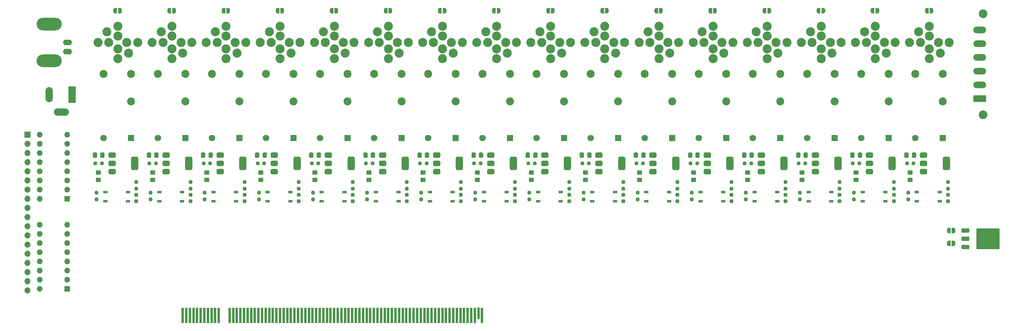
<source format=gbr>
%TF.GenerationSoftware,KiCad,Pcbnew,8.0.0*%
%TF.CreationDate,2025-01-27T00:28:36-06:00*%
%TF.ProjectId,inductor_board,696e6475-6374-46f7-925f-626f6172642e,rev?*%
%TF.SameCoordinates,Original*%
%TF.FileFunction,Soldermask,Top*%
%TF.FilePolarity,Negative*%
%FSLAX46Y46*%
G04 Gerber Fmt 4.6, Leading zero omitted, Abs format (unit mm)*
G04 Created by KiCad (PCBNEW 8.0.0) date 2025-01-27 00:28:36*
%MOMM*%
%LPD*%
G01*
G04 APERTURE LIST*
G04 Aperture macros list*
%AMRoundRect*
0 Rectangle with rounded corners*
0 $1 Rounding radius*
0 $2 $3 $4 $5 $6 $7 $8 $9 X,Y pos of 4 corners*
0 Add a 4 corners polygon primitive as box body*
4,1,4,$2,$3,$4,$5,$6,$7,$8,$9,$2,$3,0*
0 Add four circle primitives for the rounded corners*
1,1,$1+$1,$2,$3*
1,1,$1+$1,$4,$5*
1,1,$1+$1,$6,$7*
1,1,$1+$1,$8,$9*
0 Add four rect primitives between the rounded corners*
20,1,$1+$1,$2,$3,$4,$5,0*
20,1,$1+$1,$4,$5,$6,$7,0*
20,1,$1+$1,$6,$7,$8,$9,0*
20,1,$1+$1,$8,$9,$2,$3,0*%
%AMFreePoly0*
4,1,19,0.500000,-0.750000,0.000000,-0.750000,0.000000,-0.744911,-0.071157,-0.744911,-0.207708,-0.704816,-0.327430,-0.627875,-0.420627,-0.520320,-0.479746,-0.390866,-0.500000,-0.250000,-0.500000,0.250000,-0.479746,0.390866,-0.420627,0.520320,-0.327430,0.627875,-0.207708,0.704816,-0.071157,0.744911,0.000000,0.744911,0.000000,0.750000,0.500000,0.750000,0.500000,-0.750000,0.500000,-0.750000,
$1*%
%AMFreePoly1*
4,1,19,0.000000,0.744911,0.071157,0.744911,0.207708,0.704816,0.327430,0.627875,0.420627,0.520320,0.479746,0.390866,0.500000,0.250000,0.500000,-0.250000,0.479746,-0.390866,0.420627,-0.520320,0.327430,-0.627875,0.207708,-0.704816,0.071157,-0.744911,0.000000,-0.744911,0.000000,-0.750000,-0.500000,-0.750000,-0.500000,0.750000,0.000000,0.750000,0.000000,0.744911,0.000000,0.744911,
$1*%
G04 Aperture macros list end*
%ADD10FreePoly0,0.000000*%
%ADD11FreePoly1,0.000000*%
%ADD12RoundRect,0.375000X-0.625000X-0.375000X0.625000X-0.375000X0.625000X0.375000X-0.625000X0.375000X0*%
%ADD13RoundRect,0.500000X-0.500000X-1.400000X0.500000X-1.400000X0.500000X1.400000X-0.500000X1.400000X0*%
%ADD14RoundRect,0.237500X0.237500X-0.250000X0.237500X0.250000X-0.237500X0.250000X-0.237500X-0.250000X0*%
%ADD15RoundRect,0.237500X0.237500X-0.287500X0.237500X0.287500X-0.237500X0.287500X-0.237500X-0.287500X0*%
%ADD16RoundRect,0.250000X0.450000X-0.350000X0.450000X0.350000X-0.450000X0.350000X-0.450000X-0.350000X0*%
%ADD17RoundRect,0.250000X-0.337500X-0.475000X0.337500X-0.475000X0.337500X0.475000X-0.337500X0.475000X0*%
%ADD18R,1.200000X0.800000*%
%ADD19C,2.200000*%
%ADD20R,1.800000X1.800000*%
%ADD21C,1.800000*%
%ADD22RoundRect,0.237500X-0.237500X0.250000X-0.237500X-0.250000X0.237500X-0.250000X0.237500X0.250000X0*%
%ADD23RoundRect,0.237500X-0.250000X-0.237500X0.250000X-0.237500X0.250000X0.237500X-0.250000X0.237500X0*%
%ADD24C,2.500000*%
%ADD25C,2.400000*%
%ADD26RoundRect,0.250000X1.550000X-0.650000X1.550000X0.650000X-1.550000X0.650000X-1.550000X-0.650000X0*%
%ADD27O,3.600000X1.800000*%
%ADD28R,1.600000X1.600000*%
%ADD29O,1.600000X1.600000*%
%ADD30R,1.700000X1.700000*%
%ADD31O,1.700000X1.700000*%
%ADD32R,2.000000X4.600000*%
%ADD33O,2.000000X4.200000*%
%ADD34O,4.200000X2.000000*%
%ADD35O,2.500000X1.600000*%
%ADD36O,7.000000X3.500000*%
%ADD37R,0.700000X4.300000*%
%ADD38R,0.700000X3.200000*%
%ADD39RoundRect,0.250000X-0.850000X-0.350000X0.850000X-0.350000X0.850000X0.350000X-0.850000X0.350000X0*%
%ADD40RoundRect,0.249997X-2.950003X-2.650003X2.950003X-2.650003X2.950003X2.650003X-2.950003X2.650003X0*%
G04 APERTURE END LIST*
D10*
%TO.C,JP17*%
X468221240Y-221738000D03*
D11*
X469521240Y-221738000D03*
%TD*%
D12*
%TO.C,U6*%
X266238740Y-200787000D03*
X266238740Y-203087000D03*
D13*
X272538740Y-203087000D03*
D12*
X266238740Y-205387000D03*
%TD*%
D14*
%TO.C,R41*%
X351948240Y-213082000D03*
X351948240Y-211257000D03*
%TD*%
D10*
%TO.C,JP14*%
X432121240Y-160725500D03*
D11*
X433421240Y-160725500D03*
%TD*%
D15*
%TO.C,D12*%
X407976740Y-213600000D03*
X407976740Y-211850000D03*
%TD*%
D16*
%TO.C,R2*%
X247490740Y-207643000D03*
X247490740Y-205643000D03*
%TD*%
D17*
%TO.C,C9*%
X351493240Y-200801000D03*
X353568240Y-200801000D03*
%TD*%
D18*
%TO.C,U5*%
X264373740Y-211088000D03*
X264373740Y-213628000D03*
X270673740Y-213628000D03*
X270673740Y-211088000D03*
%TD*%
D12*
%TO.C,U14*%
X326238740Y-200787000D03*
X326238740Y-203087000D03*
D13*
X332538740Y-203087000D03*
D12*
X326238740Y-205387000D03*
%TD*%
D18*
%TO.C,U17*%
X354373740Y-211088000D03*
X354373740Y-213628000D03*
X360673740Y-213628000D03*
X360673740Y-211088000D03*
%TD*%
D19*
%TO.C,K5*%
X301547740Y-185942000D03*
X293927740Y-178322000D03*
X301547740Y-178322000D03*
D20*
X301547740Y-196102000D03*
D21*
X293927740Y-196102000D03*
%TD*%
D22*
%TO.C,R50*%
X257976740Y-208270500D03*
X257976740Y-210095500D03*
%TD*%
D23*
%TO.C,R23*%
X321618240Y-203087000D03*
X323443240Y-203087000D03*
%TD*%
D14*
%TO.C,R47*%
X441948240Y-213082000D03*
X441948240Y-211257000D03*
%TD*%
D16*
%TO.C,R10*%
X367490740Y-207643000D03*
X367490740Y-205643000D03*
%TD*%
D22*
%TO.C,R59*%
X392976740Y-208270500D03*
X392976740Y-210095500D03*
%TD*%
D16*
%TO.C,R1*%
X232490740Y-207643000D03*
X232490740Y-205643000D03*
%TD*%
%TO.C,R16*%
X457490740Y-207643000D03*
X457490740Y-205643000D03*
%TD*%
%TO.C,R4*%
X277490740Y-207643000D03*
X277490740Y-205643000D03*
%TD*%
D19*
%TO.C,K3*%
X271547740Y-185942000D03*
X263927740Y-178322000D03*
X271547740Y-178322000D03*
D20*
X271547740Y-196102000D03*
D21*
X263927740Y-196102000D03*
%TD*%
D24*
%TO.C,L1*%
X232357740Y-169559000D03*
X234857740Y-166559000D03*
X235357740Y-169559000D03*
X237857740Y-165059000D03*
X237857740Y-167809000D03*
X237857740Y-171309000D03*
X237857740Y-174059000D03*
X240357740Y-169559000D03*
X240857740Y-172559000D03*
X243357740Y-169559000D03*
%TD*%
D25*
%TO.C,J4*%
X477696240Y-189625500D03*
X477696240Y-161575500D03*
D26*
X476796240Y-185125500D03*
D27*
X476796240Y-181315500D03*
X476796240Y-177505500D03*
X476796240Y-173695500D03*
X476796240Y-169885500D03*
X476796240Y-166075500D03*
%TD*%
D22*
%TO.C,R55*%
X332976740Y-208270500D03*
X332976740Y-210095500D03*
%TD*%
D23*
%TO.C,R26*%
X366618240Y-203087000D03*
X368443240Y-203087000D03*
%TD*%
D14*
%TO.C,R40*%
X336948240Y-213082000D03*
X336948240Y-211257000D03*
%TD*%
D18*
%TO.C,U19*%
X369373740Y-211088000D03*
X369373740Y-213628000D03*
X375673740Y-213628000D03*
X375673740Y-211088000D03*
%TD*%
D14*
%TO.C,R37*%
X291948240Y-213082000D03*
X291948240Y-211257000D03*
%TD*%
D18*
%TO.C,U11*%
X309373740Y-211088000D03*
X309373740Y-213628000D03*
X315673740Y-213628000D03*
X315673740Y-211088000D03*
%TD*%
D15*
%TO.C,D2*%
X257976740Y-213600000D03*
X257976740Y-211850000D03*
%TD*%
D10*
%TO.C,JP7*%
X327121240Y-160725500D03*
D11*
X328421240Y-160725500D03*
%TD*%
D10*
%TO.C,JP6*%
X312121240Y-160725500D03*
D11*
X313421240Y-160725500D03*
%TD*%
D10*
%TO.C,JP1*%
X237121240Y-160725500D03*
D11*
X238421240Y-160725500D03*
%TD*%
D22*
%TO.C,R56*%
X347976740Y-208270500D03*
X347976740Y-210095500D03*
%TD*%
D15*
%TO.C,D6*%
X317976740Y-213600000D03*
X317976740Y-211850000D03*
%TD*%
D17*
%TO.C,C16*%
X456493240Y-200801000D03*
X458568240Y-200801000D03*
%TD*%
D10*
%TO.C,JP8*%
X342121240Y-160725500D03*
D11*
X343421240Y-160725500D03*
%TD*%
D19*
%TO.C,K11*%
X391547740Y-185942000D03*
X383927740Y-178322000D03*
X391547740Y-178322000D03*
D20*
X391547740Y-196102000D03*
D21*
X383927740Y-196102000D03*
%TD*%
D23*
%TO.C,R24*%
X336618240Y-203087000D03*
X338443240Y-203087000D03*
%TD*%
D14*
%TO.C,R45*%
X411948240Y-213082000D03*
X411948240Y-211257000D03*
%TD*%
D22*
%TO.C,R52*%
X287976740Y-208270500D03*
X287976740Y-210095500D03*
%TD*%
D19*
%TO.C,K8*%
X346547740Y-185942000D03*
X338927740Y-178322000D03*
X346547740Y-178322000D03*
D20*
X346547740Y-196102000D03*
D21*
X338927740Y-196102000D03*
%TD*%
D16*
%TO.C,R5*%
X292490740Y-207643000D03*
X292490740Y-205643000D03*
%TD*%
D24*
%TO.C,L4*%
X277357740Y-169559000D03*
X279857740Y-166559000D03*
X280357740Y-169559000D03*
X282857740Y-165059000D03*
X282857740Y-167809000D03*
X282857740Y-171309000D03*
X282857740Y-174059000D03*
X285357740Y-169559000D03*
X285857740Y-172559000D03*
X288357740Y-169559000D03*
%TD*%
D19*
%TO.C,K1*%
X241547740Y-185942000D03*
X233927740Y-178322000D03*
X241547740Y-178322000D03*
D20*
X241547740Y-196102000D03*
D21*
X233927740Y-196102000D03*
%TD*%
D14*
%TO.C,R44*%
X396948240Y-213082000D03*
X396948240Y-211257000D03*
%TD*%
D16*
%TO.C,R15*%
X442490740Y-207643000D03*
X442490740Y-205643000D03*
%TD*%
D18*
%TO.C,U21*%
X384373740Y-211088000D03*
X384373740Y-213628000D03*
X390673740Y-213628000D03*
X390673740Y-211088000D03*
%TD*%
D12*
%TO.C,U8*%
X281238740Y-200787000D03*
X281238740Y-203087000D03*
D13*
X287538740Y-203087000D03*
D12*
X281238740Y-205387000D03*
%TD*%
D16*
%TO.C,R13*%
X412490740Y-207643000D03*
X412490740Y-205643000D03*
%TD*%
D23*
%TO.C,R25*%
X351618240Y-203087000D03*
X353443240Y-203087000D03*
%TD*%
D10*
%TO.C,JP3*%
X267121240Y-160725500D03*
D11*
X268421240Y-160725500D03*
%TD*%
D10*
%TO.C,JP12*%
X402121240Y-160725500D03*
D11*
X403421240Y-160725500D03*
%TD*%
D12*
%TO.C,U20*%
X371238740Y-200787000D03*
X371238740Y-203087000D03*
D13*
X377538740Y-203087000D03*
D12*
X371238740Y-205387000D03*
%TD*%
%TO.C,U30*%
X446238740Y-200787000D03*
X446238740Y-203087000D03*
D13*
X452538740Y-203087000D03*
D12*
X446238740Y-205387000D03*
%TD*%
D24*
%TO.C,L16*%
X457357740Y-169559000D03*
X459857740Y-166559000D03*
X460357740Y-169559000D03*
X462857740Y-165059000D03*
X462857740Y-167809000D03*
X462857740Y-171309000D03*
X462857740Y-174059000D03*
X465357740Y-169559000D03*
X465857740Y-172559000D03*
X468357740Y-169559000D03*
%TD*%
D28*
%TO.C,SW2*%
X223796240Y-212940500D03*
D29*
X223796240Y-210400500D03*
X223796240Y-207860500D03*
X223796240Y-205320500D03*
X223796240Y-202780500D03*
X223796240Y-200240500D03*
X223796240Y-197700500D03*
X223796240Y-195160500D03*
X216176240Y-195160500D03*
X216176240Y-197700500D03*
X216176240Y-200240500D03*
X216176240Y-202780500D03*
X216176240Y-205320500D03*
X216176240Y-207860500D03*
X216176240Y-210400500D03*
X216176240Y-212940500D03*
%TD*%
D18*
%TO.C,U29*%
X444373740Y-211088000D03*
X444373740Y-213628000D03*
X450673740Y-213628000D03*
X450673740Y-211088000D03*
%TD*%
D16*
%TO.C,R12*%
X397490740Y-207643000D03*
X397490740Y-205643000D03*
%TD*%
D18*
%TO.C,U9*%
X294373740Y-211088000D03*
X294373740Y-213628000D03*
X300673740Y-213628000D03*
X300673740Y-211088000D03*
%TD*%
D23*
%TO.C,R21*%
X291618240Y-203087000D03*
X293443240Y-203087000D03*
%TD*%
D17*
%TO.C,C11*%
X381493240Y-200801000D03*
X383568240Y-200801000D03*
%TD*%
D22*
%TO.C,R63*%
X452976740Y-208270500D03*
X452976740Y-210095500D03*
%TD*%
D15*
%TO.C,D5*%
X302976740Y-213600000D03*
X302976740Y-211850000D03*
%TD*%
D19*
%TO.C,K2*%
X256547740Y-185942000D03*
X248927740Y-178322000D03*
X256547740Y-178322000D03*
D20*
X256547740Y-196102000D03*
D21*
X248927740Y-196102000D03*
%TD*%
D19*
%TO.C,K14*%
X436547740Y-185942000D03*
X428927740Y-178322000D03*
X436547740Y-178322000D03*
D20*
X436547740Y-196102000D03*
D21*
X428927740Y-196102000D03*
%TD*%
D10*
%TO.C,JP18*%
X468221240Y-225288000D03*
D11*
X469521240Y-225288000D03*
%TD*%
D12*
%TO.C,U2*%
X236238740Y-200787000D03*
X236238740Y-203087000D03*
D13*
X242538740Y-203087000D03*
D12*
X236238740Y-205387000D03*
%TD*%
D19*
%TO.C,K15*%
X451547740Y-185942000D03*
X443927740Y-178322000D03*
X451547740Y-178322000D03*
D20*
X451547740Y-196102000D03*
D21*
X443927740Y-196102000D03*
%TD*%
D14*
%TO.C,R43*%
X381948240Y-213082000D03*
X381948240Y-211257000D03*
%TD*%
D15*
%TO.C,D15*%
X452976740Y-213600000D03*
X452976740Y-211850000D03*
%TD*%
%TO.C,D3*%
X272976740Y-213600000D03*
X272976740Y-211850000D03*
%TD*%
D18*
%TO.C,U13*%
X324373740Y-211088000D03*
X324373740Y-213628000D03*
X330673740Y-213628000D03*
X330673740Y-211088000D03*
%TD*%
D16*
%TO.C,R9*%
X352490740Y-207643000D03*
X352490740Y-205643000D03*
%TD*%
D15*
%TO.C,D16*%
X467976740Y-213600000D03*
X467976740Y-211850000D03*
%TD*%
D10*
%TO.C,JP16*%
X462121240Y-160725500D03*
D11*
X463421240Y-160725500D03*
%TD*%
D10*
%TO.C,JP9*%
X357121240Y-160725500D03*
D11*
X358421240Y-160725500D03*
%TD*%
D19*
%TO.C,K16*%
X466547740Y-185942000D03*
X458927740Y-178322000D03*
X466547740Y-178322000D03*
D20*
X466547740Y-196102000D03*
D21*
X458927740Y-196102000D03*
%TD*%
D24*
%TO.C,L5*%
X292357740Y-169559000D03*
X294857740Y-166559000D03*
X295357740Y-169559000D03*
X297857740Y-165059000D03*
X297857740Y-167809000D03*
X297857740Y-171309000D03*
X297857740Y-174059000D03*
X300357740Y-169559000D03*
X300857740Y-172559000D03*
X303357740Y-169559000D03*
%TD*%
D19*
%TO.C,K12*%
X406547740Y-185942000D03*
X398927740Y-178322000D03*
X406547740Y-178322000D03*
D20*
X406547740Y-196102000D03*
D21*
X398927740Y-196102000D03*
%TD*%
D17*
%TO.C,C1*%
X231493240Y-200801000D03*
X233568240Y-200801000D03*
%TD*%
D24*
%TO.C,L12*%
X397357740Y-169559000D03*
X399857740Y-166559000D03*
X400357740Y-169559000D03*
X402857740Y-165059000D03*
X402857740Y-167809000D03*
X402857740Y-171309000D03*
X402857740Y-174059000D03*
X405357740Y-169559000D03*
X405857740Y-172559000D03*
X408357740Y-169559000D03*
%TD*%
D10*
%TO.C,JP5*%
X297121240Y-160725500D03*
D11*
X298421240Y-160725500D03*
%TD*%
D17*
%TO.C,C3*%
X261493240Y-200801000D03*
X263568240Y-200801000D03*
%TD*%
%TO.C,C7*%
X321493240Y-200801000D03*
X323568240Y-200801000D03*
%TD*%
D23*
%TO.C,R29*%
X411618240Y-203087000D03*
X413443240Y-203087000D03*
%TD*%
D19*
%TO.C,K4*%
X286547740Y-185942000D03*
X278927740Y-178322000D03*
X286547740Y-178322000D03*
D20*
X286547740Y-196102000D03*
D21*
X278927740Y-196102000D03*
%TD*%
D23*
%TO.C,R19*%
X261618240Y-203087000D03*
X263443240Y-203087000D03*
%TD*%
D22*
%TO.C,R57*%
X362976740Y-208270500D03*
X362976740Y-210095500D03*
%TD*%
D17*
%TO.C,C5*%
X291493240Y-200801000D03*
X293568240Y-200801000D03*
%TD*%
D23*
%TO.C,R31*%
X441618240Y-203087000D03*
X443443240Y-203087000D03*
%TD*%
D19*
%TO.C,K10*%
X376547740Y-185942000D03*
X368927740Y-178322000D03*
X376547740Y-178322000D03*
D20*
X376547740Y-196102000D03*
D21*
X368927740Y-196102000D03*
%TD*%
D22*
%TO.C,R53*%
X302976740Y-208270500D03*
X302976740Y-210095500D03*
%TD*%
D17*
%TO.C,C12*%
X396493240Y-200801000D03*
X398568240Y-200801000D03*
%TD*%
D12*
%TO.C,U32*%
X461238740Y-200787000D03*
X461238740Y-203087000D03*
D13*
X467538740Y-203087000D03*
D12*
X461238740Y-205387000D03*
%TD*%
D10*
%TO.C,JP2*%
X252121240Y-160725500D03*
D11*
X253421240Y-160725500D03*
%TD*%
D15*
%TO.C,D7*%
X332976740Y-213600000D03*
X332976740Y-211850000D03*
%TD*%
D12*
%TO.C,U28*%
X431238740Y-200787000D03*
X431238740Y-203087000D03*
D13*
X437538740Y-203087000D03*
D12*
X431238740Y-205387000D03*
%TD*%
D14*
%TO.C,R33*%
X231948240Y-213082000D03*
X231948240Y-211257000D03*
%TD*%
D22*
%TO.C,R51*%
X272976740Y-208270500D03*
X272976740Y-210095500D03*
%TD*%
D18*
%TO.C,U27*%
X429373740Y-211088000D03*
X429373740Y-213628000D03*
X435673740Y-213628000D03*
X435673740Y-211088000D03*
%TD*%
D22*
%TO.C,R60*%
X407976740Y-208270500D03*
X407976740Y-210095500D03*
%TD*%
D16*
%TO.C,R3*%
X262490740Y-207643000D03*
X262490740Y-205643000D03*
%TD*%
D15*
%TO.C,D14*%
X437976740Y-213600000D03*
X437976740Y-211850000D03*
%TD*%
D17*
%TO.C,C6*%
X306493240Y-200801000D03*
X308568240Y-200801000D03*
%TD*%
D24*
%TO.C,L7*%
X322357740Y-169559000D03*
X324857740Y-166559000D03*
X325357740Y-169559000D03*
X327857740Y-165059000D03*
X327857740Y-167809000D03*
X327857740Y-171309000D03*
X327857740Y-174059000D03*
X330357740Y-169559000D03*
X330857740Y-172559000D03*
X333357740Y-169559000D03*
%TD*%
D28*
%TO.C,SW1*%
X223836240Y-237855500D03*
D29*
X223836240Y-235315500D03*
X223836240Y-232775500D03*
X223836240Y-230235500D03*
X223836240Y-227695500D03*
X223836240Y-225155500D03*
X223836240Y-222615500D03*
X223836240Y-220075500D03*
X216216240Y-220075500D03*
X216216240Y-222615500D03*
X216216240Y-225155500D03*
X216216240Y-227695500D03*
X216216240Y-230235500D03*
X216216240Y-232775500D03*
X216216240Y-235315500D03*
X216216240Y-237855500D03*
%TD*%
D10*
%TO.C,JP4*%
X282121240Y-160725500D03*
D11*
X283421240Y-160725500D03*
%TD*%
D17*
%TO.C,C13*%
X411493240Y-200801000D03*
X413568240Y-200801000D03*
%TD*%
D14*
%TO.C,R38*%
X306948240Y-213082000D03*
X306948240Y-211257000D03*
%TD*%
D12*
%TO.C,U4*%
X251238740Y-200787000D03*
X251238740Y-203087000D03*
D13*
X257538740Y-203087000D03*
D12*
X251238740Y-205387000D03*
%TD*%
D17*
%TO.C,C4*%
X276493240Y-200801000D03*
X278568240Y-200801000D03*
%TD*%
D15*
%TO.C,D4*%
X287976740Y-213600000D03*
X287976740Y-211850000D03*
%TD*%
D18*
%TO.C,U23*%
X399373740Y-211088000D03*
X399373740Y-213628000D03*
X405673740Y-213628000D03*
X405673740Y-211088000D03*
%TD*%
D24*
%TO.C,L10*%
X367357740Y-169559000D03*
X369857740Y-166559000D03*
X370357740Y-169559000D03*
X372857740Y-165059000D03*
X372857740Y-167809000D03*
X372857740Y-171309000D03*
X372857740Y-174059000D03*
X375357740Y-169559000D03*
X375857740Y-172559000D03*
X378357740Y-169559000D03*
%TD*%
D18*
%TO.C,U7*%
X279373740Y-211088000D03*
X279373740Y-213628000D03*
X285673740Y-213628000D03*
X285673740Y-211088000D03*
%TD*%
D15*
%TO.C,D11*%
X392976740Y-213600000D03*
X392976740Y-211850000D03*
%TD*%
D16*
%TO.C,R7*%
X322490740Y-207643000D03*
X322490740Y-205643000D03*
%TD*%
D30*
%TO.C,J3*%
X212796240Y-195130500D03*
D31*
X212796240Y-197670500D03*
X212796240Y-200210500D03*
X212796240Y-202750500D03*
X212796240Y-205290500D03*
X212796240Y-207830500D03*
X212796240Y-210370500D03*
X212796240Y-212910500D03*
X212796240Y-215450500D03*
X212796240Y-217990500D03*
X212796240Y-220530500D03*
X212796240Y-223070500D03*
X212796240Y-225610500D03*
X212796240Y-228150500D03*
X212796240Y-230690500D03*
X212796240Y-233230500D03*
X212796240Y-235770500D03*
X212796240Y-238310500D03*
%TD*%
D24*
%TO.C,L8*%
X337357740Y-169559000D03*
X339857740Y-166559000D03*
X340357740Y-169559000D03*
X342857740Y-165059000D03*
X342857740Y-167809000D03*
X342857740Y-171309000D03*
X342857740Y-174059000D03*
X345357740Y-169559000D03*
X345857740Y-172559000D03*
X348357740Y-169559000D03*
%TD*%
D14*
%TO.C,R39*%
X321948240Y-213082000D03*
X321948240Y-211257000D03*
%TD*%
D19*
%TO.C,K9*%
X361547740Y-185942000D03*
X353927740Y-178322000D03*
X361547740Y-178322000D03*
D20*
X361547740Y-196102000D03*
D21*
X353927740Y-196102000D03*
%TD*%
D14*
%TO.C,R34*%
X246948240Y-213082000D03*
X246948240Y-211257000D03*
%TD*%
D24*
%TO.C,L11*%
X382357740Y-169559000D03*
X384857740Y-166559000D03*
X385357740Y-169559000D03*
X387857740Y-165059000D03*
X387857740Y-167809000D03*
X387857740Y-171309000D03*
X387857740Y-174059000D03*
X390357740Y-169559000D03*
X390857740Y-172559000D03*
X393357740Y-169559000D03*
%TD*%
D19*
%TO.C,K6*%
X316547740Y-185942000D03*
X308927740Y-178322000D03*
X316547740Y-178322000D03*
D20*
X316547740Y-196102000D03*
D21*
X308927740Y-196102000D03*
%TD*%
D23*
%TO.C,R27*%
X381618240Y-203087000D03*
X383443240Y-203087000D03*
%TD*%
D18*
%TO.C,U31*%
X459373740Y-211088000D03*
X459373740Y-213628000D03*
X465673740Y-213628000D03*
X465673740Y-211088000D03*
%TD*%
D14*
%TO.C,R35*%
X261948240Y-213082000D03*
X261948240Y-211257000D03*
%TD*%
D12*
%TO.C,U24*%
X401238740Y-200787000D03*
X401238740Y-203087000D03*
D13*
X407538740Y-203087000D03*
D12*
X401238740Y-205387000D03*
%TD*%
D15*
%TO.C,D8*%
X347976740Y-213600000D03*
X347976740Y-211850000D03*
%TD*%
D24*
%TO.C,L2*%
X247357740Y-169559000D03*
X249857740Y-166559000D03*
X250357740Y-169559000D03*
X252857740Y-165059000D03*
X252857740Y-167809000D03*
X252857740Y-171309000D03*
X252857740Y-174059000D03*
X255357740Y-169559000D03*
X255857740Y-172559000D03*
X258357740Y-169559000D03*
%TD*%
D18*
%TO.C,U3*%
X249373740Y-211088000D03*
X249373740Y-213628000D03*
X255673740Y-213628000D03*
X255673740Y-211088000D03*
%TD*%
D23*
%TO.C,R20*%
X276618240Y-203087000D03*
X278443240Y-203087000D03*
%TD*%
D15*
%TO.C,D1*%
X242976740Y-213600000D03*
X242976740Y-211850000D03*
%TD*%
D16*
%TO.C,R6*%
X307490740Y-207643000D03*
X307490740Y-205643000D03*
%TD*%
D17*
%TO.C,C15*%
X441493240Y-200801000D03*
X443568240Y-200801000D03*
%TD*%
D10*
%TO.C,JP11*%
X387121240Y-160725500D03*
D11*
X388421240Y-160725500D03*
%TD*%
D24*
%TO.C,L9*%
X352357740Y-169559000D03*
X354857740Y-166559000D03*
X355357740Y-169559000D03*
X357857740Y-165059000D03*
X357857740Y-167809000D03*
X357857740Y-171309000D03*
X357857740Y-174059000D03*
X360357740Y-169559000D03*
X360857740Y-172559000D03*
X363357740Y-169559000D03*
%TD*%
D32*
%TO.C,J2*%
X225146240Y-184050500D03*
D33*
X218846240Y-184050500D03*
D34*
X222246240Y-188850500D03*
%TD*%
D15*
%TO.C,D9*%
X362976740Y-213600000D03*
X362976740Y-211850000D03*
%TD*%
%TO.C,D10*%
X377976740Y-213600000D03*
X377976740Y-211850000D03*
%TD*%
D17*
%TO.C,C14*%
X426493240Y-200801000D03*
X428568240Y-200801000D03*
%TD*%
D12*
%TO.C,U10*%
X296238740Y-200787000D03*
X296238740Y-203087000D03*
D13*
X302538740Y-203087000D03*
D12*
X296238740Y-205387000D03*
%TD*%
D10*
%TO.C,JP13*%
X417121240Y-160725500D03*
D11*
X418421240Y-160725500D03*
%TD*%
D23*
%TO.C,R18*%
X246618240Y-203087000D03*
X248443240Y-203087000D03*
%TD*%
D24*
%TO.C,L6*%
X307357740Y-169559000D03*
X309857740Y-166559000D03*
X310357740Y-169559000D03*
X312857740Y-165059000D03*
X312857740Y-167809000D03*
X312857740Y-171309000D03*
X312857740Y-174059000D03*
X315357740Y-169559000D03*
X315857740Y-172559000D03*
X318357740Y-169559000D03*
%TD*%
D18*
%TO.C,U25*%
X414373740Y-211088000D03*
X414373740Y-213628000D03*
X420673740Y-213628000D03*
X420673740Y-211088000D03*
%TD*%
D17*
%TO.C,C10*%
X366493240Y-200801000D03*
X368568240Y-200801000D03*
%TD*%
D35*
%TO.C,J1*%
X223921240Y-169575500D03*
D36*
X218841240Y-174655500D03*
D35*
X223921240Y-172115500D03*
D36*
X218841240Y-164495500D03*
%TD*%
D22*
%TO.C,R49*%
X242976740Y-208270500D03*
X242976740Y-210095500D03*
%TD*%
D12*
%TO.C,U16*%
X341238740Y-200787000D03*
X341238740Y-203087000D03*
D13*
X347538740Y-203087000D03*
D12*
X341238740Y-205387000D03*
%TD*%
D22*
%TO.C,R61*%
X422976740Y-208270500D03*
X422976740Y-210095500D03*
%TD*%
%TO.C,R62*%
X437976740Y-208270500D03*
X437976740Y-210095500D03*
%TD*%
D23*
%TO.C,R17*%
X231618240Y-203087000D03*
X233443240Y-203087000D03*
%TD*%
D17*
%TO.C,C8*%
X336493240Y-200801000D03*
X338568240Y-200801000D03*
%TD*%
D23*
%TO.C,R22*%
X306618240Y-203087000D03*
X308443240Y-203087000D03*
%TD*%
%TO.C,R30*%
X426618240Y-203087000D03*
X428443240Y-203087000D03*
%TD*%
D12*
%TO.C,U12*%
X311238740Y-200787000D03*
X311238740Y-203087000D03*
D13*
X317538740Y-203087000D03*
D12*
X311238740Y-205387000D03*
%TD*%
D24*
%TO.C,L3*%
X262357740Y-169559000D03*
X264857740Y-166559000D03*
X265357740Y-169559000D03*
X267857740Y-165059000D03*
X267857740Y-167809000D03*
X267857740Y-171309000D03*
X267857740Y-174059000D03*
X270357740Y-169559000D03*
X270857740Y-172559000D03*
X273357740Y-169559000D03*
%TD*%
D12*
%TO.C,U18*%
X356238740Y-200787000D03*
X356238740Y-203087000D03*
D13*
X362538740Y-203087000D03*
D12*
X356238740Y-205387000D03*
%TD*%
D37*
%TO.C,E1*%
X255831240Y-245235500D03*
X256831240Y-245235500D03*
X257831240Y-245235500D03*
X258831240Y-245235500D03*
X259831240Y-245235500D03*
X260831240Y-245235500D03*
X261831240Y-245235500D03*
X262831240Y-245235500D03*
X263831240Y-245235500D03*
X264831240Y-245235500D03*
X265831240Y-245235500D03*
X268831240Y-245235500D03*
X269831240Y-245235500D03*
X270831240Y-245235500D03*
X271831240Y-245235500D03*
X272831240Y-245235500D03*
X273831240Y-245235500D03*
X274831240Y-245235500D03*
X275831240Y-245235500D03*
X276831240Y-245235500D03*
X277831240Y-245235500D03*
X278831240Y-245235500D03*
X279831240Y-245235500D03*
X280831240Y-245235500D03*
X281831240Y-245235500D03*
X282831240Y-245235500D03*
X283831240Y-245235500D03*
X284831240Y-245235500D03*
X285831240Y-245235500D03*
X286831240Y-245235500D03*
X287831240Y-245235500D03*
X288831240Y-245235500D03*
X289831240Y-245235500D03*
X290831240Y-245235500D03*
X291831240Y-245235500D03*
X292831240Y-245235500D03*
X293831240Y-245235500D03*
X294831240Y-245235500D03*
X295831240Y-245235500D03*
X296831240Y-245235500D03*
X297831240Y-245235500D03*
X298831240Y-245235500D03*
X299831240Y-245235500D03*
X300831240Y-245235500D03*
X301831240Y-245235500D03*
X302831240Y-245235500D03*
X303831240Y-245235500D03*
X304831240Y-245235500D03*
X305831240Y-245235500D03*
X306831240Y-245235500D03*
X307831240Y-245235500D03*
X308831240Y-245235500D03*
X309831240Y-245235500D03*
X310831240Y-245235500D03*
X311831240Y-245235500D03*
X312831240Y-245235500D03*
X313831240Y-245235500D03*
X314831240Y-245235500D03*
X315831240Y-245235500D03*
X316831240Y-245235500D03*
X317831240Y-245235500D03*
X318831240Y-245235500D03*
X319831240Y-245235500D03*
X320831240Y-245235500D03*
X321831240Y-245235500D03*
X322831240Y-245235500D03*
X323831240Y-245235500D03*
X324831240Y-245235500D03*
X325831240Y-245235500D03*
X326831240Y-245235500D03*
X327831240Y-245235500D03*
X328831240Y-245235500D03*
X329831240Y-245235500D03*
X330831240Y-245235500D03*
X331831240Y-245235500D03*
X332831240Y-245235500D03*
X333831240Y-245235500D03*
X334831240Y-245235500D03*
X335831240Y-245235500D03*
X336831240Y-245235500D03*
D38*
X337831240Y-244685500D03*
D37*
X338831240Y-245235500D03*
%TD*%
D19*
%TO.C,K7*%
X331547740Y-185942000D03*
X323927740Y-178322000D03*
X331547740Y-178322000D03*
D20*
X331547740Y-196102000D03*
D21*
X323927740Y-196102000D03*
%TD*%
D10*
%TO.C,JP15*%
X447121240Y-160725500D03*
D11*
X448421240Y-160725500D03*
%TD*%
D12*
%TO.C,U22*%
X386238740Y-200787000D03*
X386238740Y-203087000D03*
D13*
X392538740Y-203087000D03*
D12*
X386238740Y-205387000D03*
%TD*%
%TO.C,U26*%
X416238740Y-200787000D03*
X416238740Y-203087000D03*
D13*
X422538740Y-203087000D03*
D12*
X416238740Y-205387000D03*
%TD*%
D24*
%TO.C,L14*%
X427357740Y-169559000D03*
X429857740Y-166559000D03*
X430357740Y-169559000D03*
X432857740Y-165059000D03*
X432857740Y-167809000D03*
X432857740Y-171309000D03*
X432857740Y-174059000D03*
X435357740Y-169559000D03*
X435857740Y-172559000D03*
X438357740Y-169559000D03*
%TD*%
D17*
%TO.C,C2*%
X246493240Y-200801000D03*
X248568240Y-200801000D03*
%TD*%
D14*
%TO.C,R36*%
X276948240Y-213082000D03*
X276948240Y-211257000D03*
%TD*%
%TO.C,R48*%
X456948240Y-213082000D03*
X456948240Y-211257000D03*
%TD*%
D22*
%TO.C,R58*%
X377976740Y-208270500D03*
X377976740Y-210095500D03*
%TD*%
%TO.C,R54*%
X317976740Y-208270500D03*
X317976740Y-210095500D03*
%TD*%
D18*
%TO.C,U1*%
X234373740Y-211088000D03*
X234373740Y-213628000D03*
X240673740Y-213628000D03*
X240673740Y-211088000D03*
%TD*%
D24*
%TO.C,L15*%
X442357740Y-169559000D03*
X444857740Y-166559000D03*
X445357740Y-169559000D03*
X447857740Y-165059000D03*
X447857740Y-167809000D03*
X447857740Y-171309000D03*
X447857740Y-174059000D03*
X450357740Y-169559000D03*
X450857740Y-172559000D03*
X453357740Y-169559000D03*
%TD*%
D16*
%TO.C,R14*%
X427490740Y-207643000D03*
X427490740Y-205643000D03*
%TD*%
D15*
%TO.C,D13*%
X422976740Y-213600000D03*
X422976740Y-211850000D03*
%TD*%
D39*
%TO.C,U33*%
X472796240Y-221758000D03*
X472796240Y-224038000D03*
D40*
X479096240Y-224038000D03*
D39*
X472796240Y-226318000D03*
%TD*%
D18*
%TO.C,U15*%
X339373740Y-211088000D03*
X339373740Y-213628000D03*
X345673740Y-213628000D03*
X345673740Y-211088000D03*
%TD*%
D10*
%TO.C,JP10*%
X372121240Y-160725500D03*
D11*
X373421240Y-160725500D03*
%TD*%
D19*
%TO.C,K13*%
X421547740Y-185942000D03*
X413927740Y-178322000D03*
X421547740Y-178322000D03*
D20*
X421547740Y-196102000D03*
D21*
X413927740Y-196102000D03*
%TD*%
D23*
%TO.C,R28*%
X396618240Y-203087000D03*
X398443240Y-203087000D03*
%TD*%
%TO.C,R32*%
X456618240Y-203087000D03*
X458443240Y-203087000D03*
%TD*%
D14*
%TO.C,R42*%
X366948240Y-213082000D03*
X366948240Y-211257000D03*
%TD*%
D24*
%TO.C,L13*%
X412357740Y-169559000D03*
X414857740Y-166559000D03*
X415357740Y-169559000D03*
X417857740Y-165059000D03*
X417857740Y-167809000D03*
X417857740Y-171309000D03*
X417857740Y-174059000D03*
X420357740Y-169559000D03*
X420857740Y-172559000D03*
X423357740Y-169559000D03*
%TD*%
D22*
%TO.C,R64*%
X467976740Y-208270500D03*
X467976740Y-210095500D03*
%TD*%
D16*
%TO.C,R8*%
X337490740Y-207643000D03*
X337490740Y-205643000D03*
%TD*%
D14*
%TO.C,R46*%
X426948240Y-213082000D03*
X426948240Y-211257000D03*
%TD*%
D16*
%TO.C,R11*%
X382490740Y-207643000D03*
X382490740Y-205643000D03*
%TD*%
M02*

</source>
